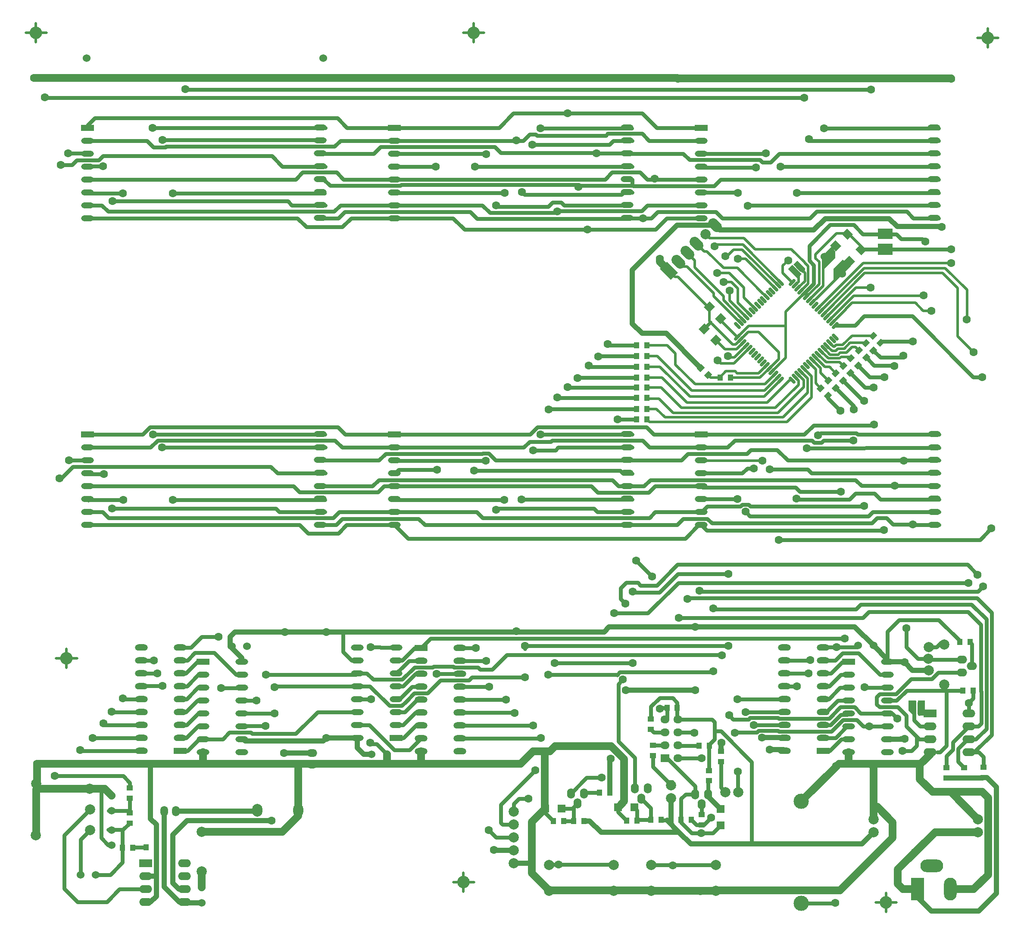
<source format=gbl>
G04*
G04 #@! TF.GenerationSoftware,Altium Limited,Altium Designer,23.3.1 (30)*
G04*
G04 Layer_Physical_Order=2*
G04 Layer_Color=16711680*
%FSLAX44Y44*%
%MOMM*%
G71*
G04*
G04 #@! TF.SameCoordinates,CBA1B8D9-47E8-49AD-825A-66903E3D66A9*
G04*
G04*
G04 #@! TF.FilePolarity,Positive*
G04*
G01*
G75*
%ADD10C,0.5000*%
%ADD54C,0.7500*%
%ADD55C,1.0000*%
%ADD56C,0.5500*%
%ADD57C,1.5000*%
%ADD58C,1.5240*%
%ADD59C,2.0000*%
%ADD60O,1.5000X2.0000*%
%ADD61O,1.5240X2.0320*%
%ADD62R,1.7780X1.5240*%
%ADD63O,1.7780X1.5240*%
%ADD64O,0.8000X3.0000*%
%ADD65O,2.0320X1.5240*%
%ADD66O,2.0000X1.5000*%
%ADD67O,2.5400X1.5240*%
%ADD68R,2.5400X1.5240*%
%ADD69O,2.0000X2.5000*%
%ADD70O,2.5000X4.5000*%
%ADD71R,2.5000X4.5000*%
%ADD72O,4.5000X2.5000*%
%ADD73O,2.5000X1.2000*%
%ADD74R,2.5000X1.2000*%
%ADD75O,2.5400X1.2700*%
%ADD76R,2.5400X1.2700*%
%ADD77C,3.0000*%
G04:AMPARAMS|DCode=78|XSize=1mm|YSize=2mm|CornerRadius=0mm|HoleSize=0mm|Usage=FLASHONLY|Rotation=225.000|XOffset=0mm|YOffset=0mm|HoleType=Round|Shape=Round|*
%AMOVALD78*
21,1,1.0000,1.0000,0.0000,0.0000,315.0*
1,1,1.0000,-0.3536,0.3536*
1,1,1.0000,0.3536,-0.3536*
%
%ADD78OVALD78*%

G04:AMPARAMS|DCode=79|XSize=2mm|YSize=3mm|CornerRadius=0mm|HoleSize=0mm|Usage=FLASHONLY|Rotation=45.000|XOffset=0mm|YOffset=0mm|HoleType=Round|Shape=Round|*
%AMOVALD79*
21,1,1.0000,2.0000,0.0000,0.0000,135.0*
1,1,2.0000,0.3536,-0.3536*
1,1,2.0000,-0.3536,0.3536*
%
%ADD79OVALD79*%

G04:AMPARAMS|DCode=80|XSize=2mm|YSize=3mm|CornerRadius=0mm|HoleSize=0mm|Usage=FLASHONLY|Rotation=45.000|XOffset=0mm|YOffset=0mm|HoleType=Round|Shape=Rectangle|*
%AMROTATEDRECTD80*
4,1,4,0.3536,-1.7678,-1.7678,0.3536,-0.3536,1.7678,1.7678,-0.3536,0.3536,-1.7678,0.0*
%
%ADD80ROTATEDRECTD80*%

%ADD81C,1.6000*%
G04:AMPARAMS|DCode=82|XSize=1.5mm|YSize=1.6mm|CornerRadius=0mm|HoleSize=0mm|Usage=FLASHONLY|Rotation=315.000|XOffset=0mm|YOffset=0mm|HoleType=Round|Shape=Rectangle|*
%AMROTATEDRECTD82*
4,1,4,-1.0960,-0.0354,0.0354,1.0960,1.0960,0.0354,-0.0354,-1.0960,-1.0960,-0.0354,0.0*
%
%ADD82ROTATEDRECTD82*%

%ADD83R,1.3000X1.0000*%
G04:AMPARAMS|DCode=84|XSize=1mm|YSize=1.3mm|CornerRadius=0mm|HoleSize=0mm|Usage=FLASHONLY|Rotation=135.000|XOffset=0mm|YOffset=0mm|HoleType=Round|Shape=Rectangle|*
%AMROTATEDRECTD84*
4,1,4,0.8132,0.1061,-0.1061,-0.8132,-0.8132,-0.1061,0.1061,0.8132,0.8132,0.1061,0.0*
%
%ADD84ROTATEDRECTD84*%

%ADD85R,1.0000X1.3000*%
%ADD86R,1.5000X1.6000*%
G04:AMPARAMS|DCode=87|XSize=0.65mm|YSize=1.7mm|CornerRadius=0mm|HoleSize=0mm|Usage=FLASHONLY|Rotation=315.000|XOffset=0mm|YOffset=0mm|HoleType=Round|Shape=Round|*
%AMOVALD87*
21,1,1.0500,0.6500,0.0000,0.0000,45.0*
1,1,0.6500,-0.3712,-0.3712*
1,1,0.6500,0.3712,0.3712*
%
%ADD87OVALD87*%

G04:AMPARAMS|DCode=88|XSize=0.65mm|YSize=1.7mm|CornerRadius=0mm|HoleSize=0mm|Usage=FLASHONLY|Rotation=225.000|XOffset=0mm|YOffset=0mm|HoleType=Round|Shape=Round|*
%AMOVALD88*
21,1,1.0500,0.6500,0.0000,0.0000,315.0*
1,1,0.6500,-0.3712,0.3712*
1,1,0.6500,0.3712,-0.3712*
%
%ADD88OVALD88*%

G04:AMPARAMS|DCode=89|XSize=1.5mm|YSize=1.6mm|CornerRadius=0mm|HoleSize=0mm|Usage=FLASHONLY|Rotation=225.000|XOffset=0mm|YOffset=0mm|HoleType=Round|Shape=Rectangle|*
%AMROTATEDRECTD89*
4,1,4,-0.0354,1.0960,1.0960,-0.0354,0.0354,-1.0960,-1.0960,0.0354,-0.0354,1.0960,0.0*
%
%ADD89ROTATEDRECTD89*%

%ADD90R,1.6000X1.5000*%
%ADD91C,0.7000*%
%ADD92R,2.9750X2.1750*%
%ADD93R,2.8500X2.0000*%
G36*
X1724000Y2149373D02*
Y2136000D01*
X1702000Y2114000D01*
X1701000Y2114000D01*
X1701000Y2138000D01*
X1718186Y2155186D01*
X1724000Y2149373D01*
D02*
G37*
G36*
X1664750Y2115750D02*
Y2112500D01*
X1659000Y2106750D01*
X1646250Y2118000D01*
X1641250Y2123000D01*
Y2123500D01*
X1641500D01*
X1649250Y2131250D01*
X1664750Y2115750D01*
D02*
G37*
G36*
X1658000Y2104500D02*
X1649750Y2095000D01*
Y2095250D01*
X1630500Y2114500D01*
X1638000Y2122000D01*
X1640500D01*
X1658000Y2104500D01*
D02*
G37*
G36*
X1756000Y2122000D02*
X1751000D01*
X1720000Y2091000D01*
X1720000Y2115000D01*
X1737684Y2132684D01*
X1756000Y2122000D01*
D02*
G37*
G36*
X1882750Y1265250D02*
Y1236500D01*
X1875250D01*
Y1238000D01*
X1867250Y1246000D01*
Y1265750D01*
X1882250D01*
X1882750Y1265250D01*
D02*
G37*
G36*
X1899750D02*
X1899500Y1265000D01*
Y1236250D01*
X1886250D01*
X1886000Y1236000D01*
Y1265500D01*
X1899500D01*
X1899750Y1265250D01*
D02*
G37*
D10*
X1022974Y2578750D02*
G03*
X1022974Y2578750I-9724J0D01*
G01*
X1002974Y908750D02*
G03*
X1002974Y908750I-9724J0D01*
G01*
X222974Y1348750D02*
G03*
X222974Y1348750I-9724J0D01*
G01*
X1832974Y868750D02*
G03*
X1832974Y868750I-9724J0D01*
G01*
X2032974Y2568750D02*
G03*
X2032974Y2568750I-9724J0D01*
G01*
X162974Y2578750D02*
G03*
X162974Y2578750I-9724J0D01*
G01*
X993250D02*
X1013250D01*
Y2560000D02*
Y2578750D01*
Y2597500D01*
Y2578750D02*
X1034000D01*
X973250Y908750D02*
X993250D01*
Y890000D02*
Y908750D01*
Y927500D01*
Y908750D02*
X1014000D01*
X193250Y1348750D02*
X213250D01*
Y1330000D02*
Y1348750D01*
Y1367500D01*
Y1348750D02*
X234000D01*
X1803250Y868750D02*
X1823250D01*
Y850000D02*
Y868750D01*
Y887500D01*
Y868750D02*
X1844000D01*
X2003250Y2568750D02*
X2023250D01*
Y2550000D02*
Y2568750D01*
Y2587500D01*
Y2568750D02*
X2044000D01*
X133250Y2578750D02*
X153250D01*
Y2560000D02*
Y2578750D01*
Y2597500D01*
Y2578750D02*
X174000D01*
X1507500Y2139500D02*
X1511000D01*
X1541039Y2152250D02*
X1610780Y2082510D01*
X1523750Y2152250D02*
X1541039D01*
X1511000Y2139500D02*
X1523750Y2152250D01*
X1542103Y2162500D02*
X1616436Y2088167D01*
X1490000Y2162500D02*
X1542103D01*
X1486500Y2159000D02*
X1490000Y2162500D01*
X1896250Y2032250D02*
X1912250D01*
X1880750Y2047750D02*
X1896250Y2032250D01*
X1744319Y2035681D02*
X1756389Y2047750D01*
X1880750D01*
X1650377Y2076853D02*
X1664000Y2090475D01*
Y2106875D01*
X1654562Y2116312D02*
X1664000Y2106875D01*
X1620750Y2106480D02*
X1639064Y2088167D01*
X1620750Y2106480D02*
Y2120500D01*
X1631000Y2130750D01*
X1759863Y2061887D02*
X1896637D01*
X1897000Y2062250D01*
X1712603Y2014627D02*
X1759863Y2061887D01*
X1706946Y2020284D02*
X1764412Y2077750D01*
X1793250D01*
D54*
X1161680Y943360D02*
X1288680D01*
X1114000Y1373000D02*
X1513500D01*
X1836959Y1612000D02*
X1876500D01*
X1875450Y1610950D02*
X1876500Y1612000D01*
X917300Y1610950D02*
X1412751D01*
X1056259Y1737950D02*
X1421200D01*
X1624136Y1319314D02*
X1624321Y1319500D01*
X1644911Y1661000D02*
X1751500D01*
X858300Y1712000D02*
X866300Y1720000D01*
X360386Y1319314D02*
X360571Y1319500D01*
X256750Y1659750D02*
X257000Y1660000D01*
X1307750Y2341450D02*
X1425050D01*
X722250D02*
X816950D01*
X711340Y2214250D02*
X747500D01*
X1091250Y2420250D02*
X1344750D01*
X995750Y2191750D02*
X1370250D01*
X857750Y2366850D02*
X1110391D01*
X1300950Y1717750D02*
X1306950Y1711750D01*
X1437340Y2329160D02*
X1575340D01*
X1425050Y2341450D02*
X1437340Y2329160D01*
X1392950Y2214450D02*
X1460250D01*
X1372750Y2392250D02*
X1460250D01*
Y2290650D02*
X1460750D01*
X1460250Y2239850D02*
X1460750D01*
X1460250Y2392250D02*
X1460750D01*
X1460250Y2366850D02*
X1460750D01*
X1460250Y2214450D02*
X1460750D01*
X1900250Y1240500D02*
X1910000D01*
X1890901Y1215100D02*
X1910000D01*
X235500Y869750D02*
X292750D01*
X209375Y1000875D02*
X260000Y1051500D01*
X209375Y895875D02*
X235500Y869750D01*
X209375Y895875D02*
Y1000875D01*
X1701312Y2138312D02*
X1718186Y2155186D01*
X458250Y1370200D02*
X478800Y1390750D01*
X512000D01*
X1532500Y1086400D02*
X1533150Y1085750D01*
X1532500Y1086400D02*
Y1126500D01*
X1624050Y1294000D02*
X1648500D01*
X1624821Y1319000D02*
X1671250D01*
X1312750Y1497500D02*
X1335500D01*
X1302000Y1486750D02*
X1312750Y1497500D01*
X1302000Y1465500D02*
Y1486750D01*
X1335500Y1497500D02*
X1340750Y1492250D01*
X1414000Y1533000D02*
X1983250D01*
X1373250Y1492250D02*
X1414000Y1533000D01*
X1340750Y1492250D02*
X1373250D01*
X1414250Y1514500D02*
X1514000D01*
X1378000Y1478250D02*
X1414250Y1514500D01*
X1327500Y1478250D02*
X1378000D01*
X1415250Y1497000D02*
X1985000D01*
X1355750Y1437500D02*
X1415250Y1497000D01*
X1289250Y1437500D02*
X1355750D01*
X1302000Y1465500D02*
X1311500Y1456000D01*
X1325790Y1479960D02*
X1327500Y1478250D01*
X2020530Y1209780D02*
Y1425470D01*
X1991250Y1454750D02*
X2020530Y1425470D01*
X1773750Y1454750D02*
X1991250D01*
X2031000Y1198250D02*
Y1438250D01*
X2002297Y1466953D02*
X2031000Y1438250D01*
X1434703Y1466953D02*
X2002297D01*
X2003580Y1480080D02*
X2014000Y1490500D01*
X1458080Y1480080D02*
X2003580D01*
X1764250Y1445250D02*
X1773750Y1454750D01*
X1485500Y1445250D02*
X1764250D01*
X1483750Y1447000D02*
X1485500Y1445250D01*
X1609500Y1581250D02*
X1613000D01*
X1609000Y1581750D02*
X1609500Y1581250D01*
X2008000Y1581750D02*
X2030500Y1604250D01*
X1021790Y1331210D02*
X1026000Y1327000D01*
X974614Y1331210D02*
X1021790D01*
X1049500Y1327000D02*
X1078139Y1355639D01*
X1500000D01*
X1500823Y1354816D01*
X1515164Y1236664D02*
X1522918Y1228910D01*
X1004310Y1305810D02*
X1009750Y1311250D01*
X1996550Y1163800D02*
X2031000Y1198250D01*
X2010000Y1283899D02*
Y1414750D01*
X1790000Y1440000D02*
X1984750D01*
X2010000Y1414750D01*
X1999950Y1189200D02*
X2020530Y1209780D01*
X1986200Y1189200D02*
X1999950D01*
X1994350Y1269600D02*
Y1285350D01*
X1986200Y1261450D02*
X1994350Y1269600D01*
X2004600Y1214600D02*
X2010490Y1220490D01*
X2010000Y1283899D02*
X2010490Y1283409D01*
Y1220490D02*
Y1283409D01*
X1416750Y1428000D02*
X1778000D01*
X1790000Y1440000D01*
X1986200Y1214600D02*
X2004600D01*
X1759750Y2201000D02*
X1777750Y2183000D01*
X1713250Y2201000D02*
X1759750D01*
X1672500Y2160250D02*
X1713250Y2201000D01*
X1342750Y1072750D02*
X1361150Y1054350D01*
Y1030850D02*
Y1054350D01*
X1365500Y1135750D02*
X1395600Y1105650D01*
X1365500Y1135750D02*
Y1157500D01*
Y1177700D02*
X1365679Y1177879D01*
X1389600D01*
X1429750Y1081500D02*
X1448300Y1081500D01*
X1448300Y1097450D02*
X1448300Y1081500D01*
X1393271Y1152479D02*
X1448300Y1097450D01*
X1389600Y1152479D02*
X1393271D01*
X1415000Y1203279D02*
X1445721D01*
X1367271Y1203279D02*
X1389600D01*
X1413350Y1230329D02*
X1415000Y1228679D01*
X1863850Y1285350D02*
X1937000D01*
X1937250Y1285600D01*
X1879001Y1227000D02*
Y1250750D01*
X1863750Y1214750D02*
Y1236250D01*
X1846750Y1253250D02*
X1863750Y1236250D01*
X1889291Y1250750D02*
X1890000D01*
X1900250Y1240500D01*
X1879001Y1227000D02*
X1890901Y1215100D01*
X1733966Y1252690D02*
X1761591D01*
X1711836Y1230560D02*
X1733966Y1252690D01*
X1714050Y1217800D02*
X1734290Y1238040D01*
X1700250Y1217800D02*
X1714050D01*
X1612464Y1205160D02*
X1716279D01*
X1734290Y1238040D02*
X1747640D01*
X1750000Y1240400D01*
X1739119Y1228000D02*
X1766000D01*
X1716279Y1205160D02*
X1739119Y1228000D01*
X1746750Y1215000D02*
X1750000D01*
X1724150Y1192400D02*
X1746750Y1215000D01*
X1700250Y1192400D02*
X1724150D01*
X255000Y2239850D02*
X282691D01*
X256750Y2263500D02*
X323750D01*
X1110391Y2366850D02*
X1123081Y2379540D01*
X1709498Y1860002D02*
X1734250Y1835250D01*
X1709498Y1860002D02*
Y1865553D01*
X1460750Y1763350D02*
X1512100D01*
X1526087Y1777337D01*
X1678204D01*
X1682244Y1773297D01*
X1696756D01*
X1700796Y1777337D01*
X1758836D01*
X1689582Y1787587D02*
X1690837D01*
X1694877Y1791627D01*
X1764755D01*
X1767632Y1788750D01*
X1760250Y1837750D02*
Y1844853D01*
X1724524Y1880579D02*
X1760250Y1844853D01*
X1739020Y1895075D02*
X1778844Y1855250D01*
X1780000D01*
X1460750Y1636350D02*
X1472360Y1647960D01*
X1537669D01*
X1541049Y1651340D01*
X1553219D01*
X1797750Y1806750D02*
X1799750Y1808750D01*
X1681000Y1806750D02*
X1797750D01*
X1663000Y1788750D02*
X1681000Y1806750D01*
X1460750Y1788750D02*
X1663000D01*
X1782439Y1881000D02*
X1799000D01*
X1753692Y1909747D02*
X1782439Y1881000D01*
X1791712Y1901500D02*
X1820000D01*
X1768748Y1924464D02*
X1791712Y1901500D01*
X1839000Y1924250D02*
X1840000Y1923250D01*
X1800212Y1924250D02*
X1839000D01*
X1784248Y1940214D02*
X1800212Y1924250D01*
X1815534Y1972250D02*
X1876500D01*
X1812248Y1968964D02*
X1815534Y1972250D01*
X1616500Y2315750D02*
X1616800Y2316050D01*
X1587200Y2341450D02*
X1587500Y2341750D01*
X1551500Y2239000D02*
X1552350Y2239850D01*
X1460750Y2265250D02*
X1531000D01*
X1532000Y2264250D01*
X1063250Y2392250D02*
X1091250Y2420250D01*
X857750Y2392250D02*
X1063250D01*
X857750Y2265250D02*
X859250Y2263750D01*
X1074250D01*
X857750Y2341450D02*
X1036800D01*
X1037750Y2340500D01*
X857750Y2316050D02*
X938450D01*
X939000Y2315500D01*
X233340Y2328340D02*
X276881D01*
X224250Y2319250D02*
X233340Y2328340D01*
X202000Y2319250D02*
X224250D01*
X254200Y2342250D02*
X255000Y2341450D01*
X216750Y2342250D02*
X254200D01*
X255450Y2316500D02*
X285250D01*
X255000Y2316050D02*
X255450Y2316500D01*
X255000Y2265250D02*
X256750Y2263500D01*
X269250Y2411000D02*
X745750D01*
X255000Y2396750D02*
X269250Y2411000D01*
X255000Y2392250D02*
Y2396750D01*
X203209Y1702750D02*
X225709Y1725250D01*
X200000Y1702750D02*
X203209D01*
X614710Y1725790D02*
X627950Y1712550D01*
X280581Y1725790D02*
X614710D01*
X280041Y1725250D02*
X280581Y1725790D01*
X225709Y1725250D02*
X280041D01*
X241750Y1167000D02*
X360300D01*
X254450Y1738250D02*
X254750Y1737950D01*
X218500Y1738250D02*
X254450D01*
X264500Y1192500D02*
X264600Y1192400D01*
X360300D01*
X254750Y1712550D02*
X255800Y1711500D01*
X286500D01*
X285750Y1220500D02*
X288450Y1217800D01*
X360300D01*
X302000Y1244000D02*
X302800Y1243200D01*
X360300D01*
X257000Y1660000D02*
X324750D01*
X254750Y1661750D02*
X256750Y1659750D01*
X324250Y1269750D02*
X325400Y1268600D01*
X360300D01*
Y1294000D02*
X361050Y1294750D01*
X401750D01*
X360571Y1319500D02*
X391500D01*
Y1322000D01*
X360300Y1319400D02*
X360386Y1319314D01*
X384950Y1344800D02*
X385000Y1344750D01*
X360300Y1344800D02*
X384950D01*
X986200Y1191450D02*
X1144950D01*
X986200Y1216850D02*
X1129900D01*
X1130000Y1216750D01*
X1076850Y1267650D02*
X1077250Y1267250D01*
X910000Y1369250D02*
X928460Y1387710D01*
X1093000Y1242250D02*
X1093750Y1241500D01*
X986200Y1242250D02*
X1093000D01*
X986200Y1267650D02*
X1076850D01*
X1026000Y1327000D02*
X1049500D01*
X973284Y1332540D02*
X974614Y1331210D01*
X857750Y1737950D02*
X858450Y1737250D01*
X1036750D01*
X857750Y1712550D02*
X858300Y1712000D01*
X940250Y1318250D02*
X940450Y1318450D01*
X896790Y1280290D02*
X922499D01*
X948019Y1305810D01*
X1004310D01*
X934331Y1332540D02*
X973284D01*
X933001Y1331210D02*
X934331Y1332540D01*
X897261Y1331210D02*
X933001D01*
X940450Y1318450D02*
X986200D01*
Y1343850D02*
X1037850D01*
X986200Y1369250D02*
X1017250D01*
X785050Y1217650D02*
X808455D01*
X857355Y1168750D01*
X887300D01*
X910000Y1191450D01*
X902150Y1267650D02*
X910000D01*
X877550Y1243050D02*
X902150Y1267650D01*
X861250Y1243050D02*
X877550D01*
X847910Y1255340D02*
X872021D01*
X880040Y1263359D01*
Y1263540D02*
X896790Y1280290D01*
X880040Y1263359D02*
Y1263540D01*
X785050Y1293850D02*
X809400D01*
X847910Y1255340D01*
X892050Y1293050D02*
X910000D01*
X867450Y1268450D02*
X892050Y1293050D01*
X861250Y1268450D02*
X867450D01*
X874850Y1293850D02*
X899450Y1318450D01*
X873011Y1306960D02*
X897261Y1331210D01*
X816040Y1306960D02*
X873011D01*
X899450Y1318450D02*
X910000D01*
X861250Y1293850D02*
X874850D01*
X886549Y1343850D02*
X910000D01*
X877309Y1334610D02*
X886549Y1343850D01*
X876610Y1334610D02*
X877309D01*
X861250Y1319250D02*
X876610Y1334610D01*
X1522918Y1228910D02*
X1553219D01*
X1556099Y1231790D01*
X1611234D01*
X1612464Y1230560D01*
X1711836D01*
X1761591Y1252690D02*
X1773881Y1240400D01*
X1826200D01*
X1728505Y1265800D02*
X1750000D01*
X1705905Y1243200D02*
X1728505Y1265800D01*
X1700250Y1243200D02*
X1705905D01*
X803750Y1319250D02*
X816040Y1306960D01*
X785050Y1319250D02*
X803750D01*
X873150Y1344650D02*
X897750Y1369250D01*
X861250Y1344650D02*
X873150D01*
X1766000Y1228000D02*
X1779000Y1215000D01*
X1569669Y1203210D02*
X1573307Y1206848D01*
X1610776D01*
X1612464Y1205160D01*
X1781000Y1292250D02*
X1782050Y1291200D01*
X1826200D01*
X830250Y1370050D02*
X861250D01*
X829800Y1370500D02*
X830250Y1370050D01*
X811000Y1370500D02*
X829800D01*
X822500Y1180250D02*
X842750Y1160000D01*
X810500Y1183000D02*
X813250Y1180250D01*
X822500D01*
X785050Y1268450D02*
X811450D01*
X706800Y1243050D02*
X785050D01*
X623850Y1293850D02*
X785050D01*
X622000Y1292000D02*
X623850Y1293850D01*
X621600Y1240400D02*
X622000Y1240000D01*
X558200Y1240400D02*
X621600D01*
X558950Y1215750D02*
X604500D01*
X558200Y1215000D02*
X558950Y1215750D01*
X605500Y1316500D02*
X782300D01*
X785050Y1319250D01*
X436500Y1370200D02*
X458250D01*
X465750Y1359500D02*
X503500D01*
X546400Y1316600D01*
X558200D01*
X451050Y1344800D02*
X465750Y1359500D01*
X436500Y1344800D02*
X451050D01*
X558200Y1265800D02*
X586050D01*
X586250Y1266000D01*
X773850Y1344650D02*
X785050D01*
X756750Y1361750D02*
X773850Y1344650D01*
X756750Y1361750D02*
Y1397500D01*
X1674550Y1344800D02*
X1675000Y1345250D01*
X1624050Y1319400D02*
X1624136Y1319314D01*
X1624050Y1344800D02*
X1674550D01*
X1531850Y1268600D02*
X1624050D01*
X1460750Y1661750D02*
X1461250Y1662250D01*
X1531750D01*
X1531500Y1268250D02*
X1531850Y1268600D01*
X1547300Y1243200D02*
X1624050D01*
X1563750Y1217500D02*
X1623750D01*
X1624050Y1217800D01*
X1811900Y1316600D02*
X1826200D01*
X1769250Y1359250D02*
X1811900Y1316600D01*
X1699938Y2138312D02*
X1701312D01*
X1926338Y1321050D02*
X1966750D01*
X1945000Y1285350D02*
X1974150D01*
X1906750Y1347750D02*
X1908050Y1346450D01*
X1966750D01*
X1923000Y1370750D02*
X1932250Y1380000D01*
X1907000Y1370750D02*
X1923000D01*
X1810500Y1253250D02*
X1846750D01*
X1805250Y1258500D02*
X1810500Y1253250D01*
X1842801Y1278500D02*
X1872761Y1308460D01*
X1811250Y1278500D02*
X1842801D01*
X1805250Y1272500D02*
X1811250Y1278500D01*
X1805250Y1258500D02*
Y1272500D01*
X1872761Y1308460D02*
X1913748D01*
X1926338Y1321050D01*
X1826200Y1265800D02*
X1844300D01*
X1863850Y1285350D01*
X897750Y1369250D02*
X910000D01*
X898750Y1242250D02*
X910000D01*
X874150Y1217650D02*
X898750Y1242250D01*
X861250Y1217650D02*
X874150D01*
X900100Y1216850D02*
X910000D01*
X875500Y1192250D02*
X900100Y1216850D01*
X861250Y1192250D02*
X875500D01*
X472600Y1316600D02*
X482000D01*
X450000Y1294000D02*
X472600Y1316600D01*
X436500Y1294000D02*
X450000D01*
X471700Y1291200D02*
X482000D01*
X449100Y1268600D02*
X471700Y1291200D01*
X436500Y1268600D02*
X449100D01*
X472150Y1240400D02*
X482000D01*
X449550Y1217800D02*
X472150Y1240400D01*
X436500Y1217800D02*
X449550D01*
X471500Y1215000D02*
X482000D01*
X448900Y1192400D02*
X471500Y1215000D01*
X436500Y1192400D02*
X448900D01*
X473600Y1189600D02*
X482000D01*
X451000Y1167000D02*
X473600Y1189600D01*
X436500Y1167000D02*
X451000D01*
X470300Y1265800D02*
X482000D01*
X447700Y1243200D02*
X470300Y1265800D01*
X436500Y1243200D02*
X447700D01*
X470750Y1342000D02*
X482000D01*
X448150Y1319400D02*
X470750Y1342000D01*
X436500Y1319400D02*
X448150D01*
X1734600Y1316600D02*
X1750000D01*
X1712000Y1294000D02*
X1734600Y1316600D01*
X1700250Y1294000D02*
X1712000D01*
X1733200Y1291200D02*
X1750000D01*
X1710600Y1268600D02*
X1733200Y1291200D01*
X1700250Y1268600D02*
X1710600D01*
X1735600Y1189600D02*
X1750000D01*
X1713000Y1167000D02*
X1735600Y1189600D01*
X1700250Y1167000D02*
X1713000D01*
X1379500Y1249500D02*
X1381350Y1251350D01*
X1393150Y1251350D01*
X1445721Y1203279D02*
X1446750Y1202250D01*
X1208900Y1028350D02*
X1209650Y1029100D01*
X1190350Y1028350D02*
X1208900Y1028350D01*
X1154000Y1044500D02*
Y1053250D01*
Y1044500D02*
X1170150Y1028350D01*
X1207250Y1053250D02*
X1209650Y1055650D01*
X1217250Y1063250D01*
X1186000Y1053250D02*
X1207250Y1053250D01*
X1209650Y1029100D02*
Y1055650D01*
X1229950Y1083250D02*
X1231550Y1084850D01*
X1260650D01*
X1297000Y1046750D02*
Y1055500D01*
Y1046750D02*
X1314150Y1029600D01*
X1329000Y1055500D02*
X1334350Y1050150D01*
X1334350Y1029600D01*
X1335600Y1030850D01*
X1361150Y1030850D01*
X1461000Y1061500D02*
X1461150Y1061350D01*
X1420900Y1072650D02*
X1429750Y1081500D01*
X1473700Y1105950D02*
X1473700Y1081500D01*
X1475650Y1175900D02*
X1476350Y1176600D01*
X1415000Y1177879D02*
X1416279Y1176600D01*
X1456150D01*
X1361650Y1208900D02*
X1367271Y1203279D01*
X1413350Y1261900D02*
X1413350Y1251350D01*
X1404250Y1271000D02*
X1413350Y1261900D01*
X1378750Y1271000D02*
X1404250D01*
X1361650Y1253900D02*
X1378750Y1271000D01*
X1361650Y1229100D02*
Y1253900D01*
X1393150Y1232229D02*
Y1251350D01*
X1413350Y1230329D02*
X1413350Y1251350D01*
X1344750Y2420250D02*
X1372750Y2392250D01*
X764500D02*
X857750D01*
X745750Y2411000D02*
X764500Y2392250D01*
X1278406Y1964594D02*
X1333496D01*
X1276250Y1966750D02*
X1278406Y1964594D01*
X1258831Y1943081D02*
X1333496D01*
X1258000Y1942250D02*
X1258831Y1943081D01*
X1255000Y2341500D02*
X1307700D01*
X1241705Y1922045D02*
X1333496D01*
X1239250Y1924500D02*
X1241705Y1922045D01*
X1218258Y1901008D02*
X1333496D01*
X1217500Y1900250D02*
X1218258Y1901008D01*
X857750Y2290650D02*
X1271650D01*
X1108250Y2265750D02*
X1113000Y2261000D01*
X1303500D01*
X1307750Y2265250D01*
X1198468Y1881032D02*
X1333496D01*
X1197750Y1881750D02*
X1198468Y1881032D01*
X1178650Y1860600D02*
X1333496D01*
X1177500Y1861750D02*
X1178650Y1860600D01*
X1175150Y2225210D02*
X1177500Y2227560D01*
X857750Y2239850D02*
X1030650D01*
X1045290Y2225210D01*
X1175150D01*
X1161313Y1839313D02*
X1333496D01*
X1160250Y1838250D02*
X1161313Y1839313D01*
X1296250Y1818630D02*
X1333496D01*
X869341Y2354560D02*
X869571Y2354790D01*
X869341Y2278360D02*
X871021Y2280040D01*
X1215381D01*
X857750Y2214450D02*
X973050D01*
X1057500Y2239500D02*
X1060250Y2236750D01*
X1160000D01*
X1168500Y2245250D01*
X1185500D01*
X1190900Y2239850D01*
X1317432D01*
X1485460Y2277960D02*
X1498150Y2290650D01*
X1460750Y2341450D02*
X1587200D01*
X1462550Y2314250D02*
X1568000D01*
X1580250Y2324250D02*
X1596750D01*
X1613500Y2341000D01*
X1575340Y2329160D02*
X1580250Y2324250D01*
X1123081Y2379540D02*
X1134919D01*
X1137499Y2376960D01*
X1128500Y2358750D02*
Y2359390D01*
Y2358750D02*
X1279750D01*
X1287850Y2366850D01*
X869571Y2354790D02*
X1054710D01*
X1067000Y2342500D01*
X1254000D01*
X816950Y2341450D02*
X830060Y2354560D01*
X869341D01*
X255000Y2366850D02*
X371650D01*
X276881Y2328340D02*
X285291Y2336750D01*
X616750D01*
X637450Y2316050D01*
X255000Y2290650D02*
X663400D01*
X714682D02*
X718960D01*
X731250Y2278360D01*
X869341D01*
X255000Y2214450D02*
X667300D01*
X684750Y2197000D01*
X648500Y2247750D02*
X656400Y2239850D01*
X304000Y2247750D02*
X648500D01*
X973050Y2214450D02*
X995750Y2191750D01*
X684750Y2197000D02*
X755500D01*
X772950Y2214450D01*
X857750D01*
X747500Y2214250D02*
X759990Y2226740D01*
X1006760D01*
X1020230Y2213270D01*
X1346250Y2214000D02*
X1362301D01*
X1375041Y2226740D01*
X1489510D01*
X1502250Y2214000D01*
X1370250Y2191750D02*
X1392950Y2214450D01*
X254750Y1788750D02*
X363291D01*
X377831Y1803290D01*
X1124541Y1788750D02*
X1138831Y1803040D01*
X857750Y1788750D02*
X1124541D01*
X254750Y1763350D02*
X378309D01*
X392499Y1777540D01*
X857750Y1763350D02*
X1111891D01*
X254750Y1636350D02*
X284441D01*
X763700Y1610950D02*
X857750D01*
X884450Y1584250D01*
X1858000Y1737750D02*
X1858200Y1737950D01*
X837000Y1687150D02*
X857750D01*
X1550950Y1722500D02*
X1563500D01*
X1541000Y1712550D02*
X1550950Y1722500D01*
X1460750Y1712550D02*
X1541000D01*
X1412751Y1610950D02*
X1425041Y1623240D01*
X1472341D01*
X1824419Y1624540D02*
X1836959Y1612000D01*
X857750Y1636350D02*
X1019400D01*
X905010Y1623240D02*
X917300Y1610950D01*
X747250Y1594500D02*
X763700Y1610950D01*
X671550D02*
X688000Y1594500D01*
X747250D01*
X254750Y1610950D02*
X671550D01*
X624500Y1643250D02*
X631400Y1636350D01*
X303250Y1643250D02*
X624500D01*
X254750Y1687150D02*
X659350D01*
X866300Y1720000D02*
X941000D01*
X1285778Y1699440D02*
X1298068Y1687150D01*
X1014500Y1717750D02*
X1300950D01*
X857750Y1687150D02*
X1244350D01*
X1257040Y1674460D01*
X1249750Y1643000D02*
X1256400Y1636350D01*
X1460750Y1687150D02*
X1462730Y1685170D01*
X1654670Y1676500D02*
X1734750D01*
X1646000Y1685170D02*
X1654670Y1676500D01*
X1462730Y1685170D02*
X1646000D01*
X1594750Y1720250D02*
X1669300D01*
X1677000Y1712550D01*
X1630300Y1737950D02*
X1857800D01*
X1421200D02*
X1434310Y1751060D01*
X1358650Y1763350D02*
X1460750D01*
X1609500Y1758750D02*
X1630300Y1737950D01*
X1434310Y1751060D02*
X1550060D01*
X1557750Y1758750D01*
X1609500D01*
X1763560Y1699440D02*
X1775000Y1688000D01*
X1840500D01*
X1751500Y1661000D02*
X1763250Y1672750D01*
X1800750D01*
X1812500Y1661000D01*
X1460750Y1610950D02*
X1471700Y1600000D01*
X1472341Y1623240D02*
X1481331Y1614250D01*
X1795250D01*
X1805540Y1624540D01*
X1824419D01*
X1818500Y1600000D02*
X1819250Y1600750D01*
X1471700Y1600000D02*
X1818500D01*
X1547300Y1637050D02*
X1556350Y1628000D01*
X1789000D01*
X1797350Y1636350D01*
X1779000Y1647250D02*
X1780500Y1648750D01*
X1665209Y1647250D02*
X1779000D01*
X884450Y1584250D02*
X1429000D01*
X1455700Y1610950D01*
X1460750D01*
X1779000Y1215000D02*
X1790750D01*
X1826200D01*
Y1240400D02*
X1835350D01*
X1845250Y1230500D01*
X1700250Y1370200D02*
X1701578Y1371528D01*
X575740Y1202710D02*
X578200Y1200250D01*
X664000D01*
X706800Y1243050D01*
X482000Y1189600D02*
X520350D01*
X533460Y1202710D01*
X575740D01*
X1700250Y1319400D02*
X1715400D01*
X1415083Y1152396D02*
X1461333Y1152396D01*
X1475650Y1128100D02*
Y1175900D01*
X1762314Y2003314D02*
X1780750Y2021750D01*
X1723917Y2003314D02*
X1762314D01*
X1780750Y2021750D02*
X1875000D01*
X1798244Y1954299D02*
X1812294Y1940250D01*
X1853500D01*
X1857500Y1944250D01*
X1864000Y2227750D02*
X1877300Y2214450D01*
X1661691Y2065539D02*
X1681250Y2085098D01*
X1886000Y1347750D02*
X1906750D01*
X1895040Y2173710D02*
X1900500Y2168250D01*
X1853324Y2173710D02*
X1895040D01*
X1844034Y2183000D02*
X1853324Y2173710D01*
X1681250Y2085098D02*
Y2122000D01*
X1672500Y2130750D02*
Y2160250D01*
Y2130750D02*
X1681250Y2122000D01*
X337850Y1045350D02*
Y1073400D01*
X337350Y1044850D02*
X337850Y1045350D01*
X323300Y976250D02*
Y1010600D01*
X324200Y1011500D02*
X337350Y1024650D01*
X323300Y1010600D02*
X324200Y1011500D01*
X332950Y1049250D02*
X337350Y1044850D01*
X292750Y869750D02*
X317700Y894700D01*
X368750D01*
X344100Y976850D02*
X369650D01*
X343500Y976250D02*
X344100Y976850D01*
X323300Y947050D02*
Y976250D01*
X299500Y923250D02*
X323300Y947050D01*
X271000Y923250D02*
X299500D01*
X241000Y992501D02*
X259500Y1011000D01*
X241000Y923250D02*
Y992501D01*
X281840Y995413D02*
X295750Y981503D01*
X296000Y1049250D02*
X332950D01*
X295750Y1011500D02*
X324200D01*
X281840Y995413D02*
Y1092000D01*
X433800Y894700D02*
X444950D01*
X171750Y2451500D02*
X1662750D01*
X171000Y2452250D02*
X171750Y2451500D01*
X240750Y1168000D02*
X241750Y1167000D01*
X190500Y1117500D02*
X324750D01*
X337850Y1104400D01*
Y1093600D02*
Y1104400D01*
X2005950Y1163800D02*
X2014600Y1155150D01*
X1986200Y1163800D02*
X1996550D01*
X2005950D01*
X2014600Y1134850D02*
Y1155150D01*
X1983700Y1189200D02*
X1986200D01*
X1955040Y1183440D02*
X1986200Y1214600D01*
X1965080Y1170580D02*
X1983700Y1189200D01*
X1955040Y1169341D02*
Y1183440D01*
X1941850Y1156151D02*
X1955040Y1169341D01*
X1941850Y1133600D02*
Y1156151D01*
X1965080Y1145370D02*
X1976600Y1133850D01*
X1965080Y1145370D02*
Y1170580D01*
X1924250Y1164300D02*
X1929300D01*
X1941750Y1176750D01*
Y1285350D01*
X1883500Y1176750D02*
Y1195000D01*
X1873500Y1166750D02*
X1883500Y1176750D01*
X1856000Y1166750D02*
X1873500D01*
X1722830Y867330D02*
X1723750Y868250D01*
X1657000Y867330D02*
X1722830D01*
X1863750Y1214750D02*
X1883500Y1195000D01*
X1888800Y1189700D01*
X1420900Y1031400D02*
Y1072650D01*
X1499150Y1094350D02*
X1507750Y1085750D01*
X1499150Y1094350D02*
Y1145900D01*
X1527710Y1203210D02*
X1569669D01*
X1526750Y1202250D02*
X1527710Y1203210D01*
X1473700Y1076800D02*
Y1081500D01*
X1382200Y1030000D02*
X1393500D01*
X1486500Y1205250D02*
X1499000D01*
X1415000Y1228679D02*
X1481321D01*
X1486500Y1223500D01*
X1476350Y1179559D02*
X1486500Y1189709D01*
Y1205250D01*
Y1223500D01*
X1476350Y1176600D02*
Y1179559D01*
X1332500Y1541250D02*
Y1541250D01*
Y1541250D02*
X1364000Y1509750D01*
X1235300Y1114000D02*
X1264500D01*
X1204550Y1083250D02*
X1235300Y1114000D01*
X1715400Y1319400D02*
X1738000Y1342000D01*
X1750000D01*
X1700250Y1344800D02*
X1723300D01*
X1737750Y1359250D01*
X1769250D01*
X1702105Y1371000D02*
X1726000D01*
X1330050Y1092750D02*
Y1153200D01*
X1297500Y1185750D02*
X1330050Y1153200D01*
X928460Y1387710D02*
X1091453D01*
X1091634Y1387528D01*
X1672000Y2370000D02*
X1675650Y2366850D01*
X517250Y1290500D02*
X557500D01*
X558200Y1291200D01*
X447250Y2468250D02*
X448500Y2467000D01*
X1794250D01*
X1092250Y1047500D02*
Y1062750D01*
X1102500Y1073000D01*
X1121250D01*
X1297500Y1185750D02*
Y1298250D01*
X1306500Y1307250D01*
X1066500Y1061000D02*
X1134000Y1128500D01*
X1066500Y1025750D02*
Y1061000D01*
Y1025750D02*
X1070250Y1022000D01*
X1092250D01*
X1340710Y1387710D02*
X1340750Y1387750D01*
X1766000Y1371000D02*
X1768750Y1373750D01*
X1726000Y1371000D02*
X1766000D01*
X1340750Y1387750D02*
X1742500D01*
X1992500Y1333750D02*
Y1376450D01*
X1988350Y1380600D02*
X1992500Y1376450D01*
X1968150Y1380600D02*
Y1383350D01*
X1927000Y1424500D02*
X1968150Y1383350D01*
X1849250Y1424500D02*
X1927000D01*
X1826200Y1401450D02*
X1849250Y1424500D01*
X1826200Y1342000D02*
Y1346297D01*
Y1401450D01*
X1863250Y1370500D02*
X1886000Y1347750D01*
X1863250Y1370500D02*
Y1408250D01*
X859500Y1660000D02*
X1073750D01*
X857750Y1661750D02*
X859500Y1660000D01*
X1113750Y1311250D02*
X1114250Y1311750D01*
X1009750Y1311250D02*
X1113750D01*
X1091634Y1387528D02*
X1108069D01*
X1108251Y1387710D01*
X1340710D01*
X1114000Y1367621D02*
Y1373000D01*
X986200Y1293050D02*
X986250Y1293000D01*
X1043500D01*
X1295041Y1316000D02*
X1300581Y1321540D01*
X1043000Y1010750D02*
X1057160Y996590D01*
X1092120D01*
X1172500Y1339750D02*
X1326000D01*
X1294331Y1316710D02*
X1295041Y1316000D01*
X1159540Y1316710D02*
X1294331D01*
X1362430Y942360D02*
X1489430D01*
X1624321Y1319500D02*
X1624821Y1319000D01*
X1553219Y1651340D02*
X1557268Y1647291D01*
X1665209D01*
X1644911Y1661000D02*
X1646661Y1662750D01*
X1647750D01*
X1875000Y2021750D02*
X1994750Y1902000D01*
X1482790Y1321540D02*
X1484500Y1323250D01*
X1300581Y1321540D02*
X1482790D01*
X1499000Y1205250D02*
X1559750Y1144500D01*
Y983750D02*
Y1144500D01*
X1460000Y1005000D02*
X1483500D01*
X1498500Y1020000D01*
X1465650Y1021400D02*
X1479500Y1035250D01*
X1057000Y1641250D02*
X1058750Y1643000D01*
X1249750D01*
X1457250Y1480910D02*
X1458080Y1480080D01*
X1457250Y1480910D02*
Y1482000D01*
X1433250Y1465500D02*
X1434703Y1466953D01*
X1994750Y1902000D02*
X2012250D01*
X1983250Y1533000D02*
X2003250Y1513000D01*
X382500Y2392000D02*
X722250D01*
X401750Y2368250D02*
X720500D01*
X637450Y2316050D02*
X721950D01*
X422000Y2263000D02*
X720250D01*
X656400Y2239850D02*
X721900D01*
X751350D02*
X857750D01*
X757600Y2290650D02*
X857750D01*
X751350Y2366850D02*
X857750D01*
X1144750Y2391250D02*
X1324250D01*
X1287850Y2366850D02*
X1324650D01*
X1016000Y2315250D02*
X1324500D01*
X1326790Y2277960D02*
X1485460D01*
X1325000Y2279540D02*
Y2290250D01*
X1220000Y2278500D02*
X1326790D01*
X1307750Y2265250D02*
X1324750D01*
X1020230Y2213270D02*
X1320770D01*
X1325000Y2214000D02*
X1346250D01*
X1354850Y2239850D02*
X1460250D01*
X1326671Y2228290D02*
X1343290D01*
X1354850Y2239850D01*
X1354350Y2290650D02*
X1460250D01*
X1357650Y2366850D02*
X1460250D01*
X1702000Y2391000D02*
X1926500D01*
X1675650Y2366850D02*
X1927150D01*
X1613500Y2341000D02*
X1927250D01*
X1616800Y2316050D02*
X1927200D01*
X1498150Y2290650D02*
X1927100D01*
X1648500Y2264250D02*
X1926750D01*
X1552350Y2239850D02*
X1927150D01*
X1877300Y2214450D02*
X1927300D01*
X1502250Y2214000D02*
X1673750D01*
X1687500Y2227750D01*
X1864000D01*
X383750Y1789000D02*
X721500D01*
X401250Y1763250D02*
X721750D01*
X627950Y1712550D02*
X721700D01*
X422000Y1660750D02*
X721250D01*
X631400Y1636350D02*
X721650D01*
X749100D02*
X857750D01*
X722000Y1610950D02*
X743200D01*
X755490Y1623240D01*
X905010D01*
X377831Y1803290D02*
X746710D01*
X761250Y1788750D01*
X857750D01*
X755150Y1763350D02*
X857750D01*
X1144750Y1788750D02*
X1324750D01*
X1306950Y1711750D02*
X1324500D01*
X1107250Y1661000D02*
X1324500D01*
X1256400Y1636350D02*
X1324650D01*
X1138831Y1803040D02*
X1352960D01*
X1367250Y1788750D01*
X1460750D01*
X1369650Y1687150D02*
X1460750D01*
X1356960Y1674460D02*
X1369650Y1687150D01*
X1298068D02*
X1347900D01*
X1360190Y1699440D01*
X1763560D01*
X1370100Y1636350D02*
X1460750D01*
X1767632Y1788750D02*
X1927750D01*
X1894992Y1762952D02*
X1927952D01*
X1668000Y1762250D02*
X1894992Y1762952D01*
X1858200Y1737950D02*
X1927800D01*
X1677000Y1712550D02*
X1927700D01*
X1840500Y1688000D02*
X1926750D01*
X1812500Y1661000D02*
X1927500D01*
X1797350Y1636350D02*
X1927650D01*
X1875450Y1610950D02*
X1927800D01*
X722000Y1687150D02*
X814650D01*
X826940Y1699440D01*
X1285778D01*
X1030351Y1751060D02*
X1030831Y1751540D01*
X1042669D01*
X1056259Y1737950D01*
X722000D02*
X827200D01*
X840310Y1751060D01*
X1030351D01*
X1441750Y1005000D02*
X1460000D01*
X1461150Y1041600D02*
X1461150Y1061350D01*
X1986200Y1240000D02*
Y1260500D01*
X1777750Y2183000D02*
X1844034D01*
X1609000Y1581750D02*
X2008000D01*
X1395600Y1105650D02*
X1401500Y1105650D01*
X1403500D01*
X1888800Y1189700D02*
X1910000D01*
X1782314Y2153314D02*
X1951250D01*
X1937250Y1285600D02*
Y1298000D01*
X1937000Y1285350D02*
X1941750D01*
X1701578Y1371528D02*
X1702105Y1371000D01*
X1420900Y1025850D02*
Y1031400D01*
Y1025850D02*
X1441750Y1005000D01*
X1441100Y1031400D02*
X1451100Y1021400D01*
X1465650D01*
X700619Y2355250D02*
X700659Y2355210D01*
X407669Y2353960D02*
X408959Y2355250D01*
X700619D01*
X384540Y2353960D02*
X407669D01*
X700659Y2355210D02*
X739710D01*
X371650Y2366850D02*
X384540Y2353960D01*
X739710Y2355210D02*
X751350Y2366850D01*
X663400Y2290650D02*
X677000Y2304250D01*
X744000D01*
X757600Y2290650D01*
X282691Y2239850D02*
X295291Y2227250D01*
X738750D02*
X751350Y2239850D01*
X295291Y2227250D02*
X700619D01*
X700659Y2227290D01*
X723841D01*
X723881Y2227250D01*
X738750D01*
X1344000Y2380500D02*
X1357650Y2366850D01*
X1137499Y2376960D02*
X1273460D01*
X1277000Y2380500D01*
X1344000D01*
X1271650Y2290650D02*
X1285500Y2304500D01*
X1340500D02*
X1354350Y2290650D01*
X1285500Y2304500D02*
X1303119D01*
X1303159Y2304460D01*
X1326341D01*
X1326381Y2304500D01*
X1340500D01*
X1177500Y2227560D02*
X1178230Y2228290D01*
X1303329D01*
X1303409Y2228210D01*
X1326591D01*
X1326671Y2228290D01*
X740960Y1777540D02*
X755150Y1763350D01*
X392499Y1777540D02*
X700079D01*
X700409Y1777210D01*
X723591D01*
X723921Y1777540D01*
X740960D01*
X671040Y1675460D02*
X825310D01*
X659350Y1687150D02*
X671040Y1675460D01*
X825310D02*
X837000Y1687150D01*
X296081Y1624710D02*
X737460D01*
X284441Y1636350D02*
X296081Y1624710D01*
X737460D02*
X749100Y1636350D01*
X1345000Y1777000D02*
X1358650Y1763350D01*
X1123001Y1774460D02*
X1164710D01*
X1167250Y1777000D01*
X1345000D01*
X1111891Y1763350D02*
X1123001Y1774460D01*
X1130000Y1758000D02*
X1173900D01*
X1179250Y1763350D01*
X1324650D01*
X1257040Y1674460D02*
X1303079D01*
X1303409Y1674790D01*
X1326591D01*
X1326921Y1674460D01*
X1356960D01*
X1031040Y1624710D02*
X1358460D01*
X1019400Y1636350D02*
X1031040Y1624710D01*
X1358460D02*
X1370100Y1636350D01*
D55*
X1622508Y1192558D02*
X1623200Y1193250D01*
X1826200Y1189600D02*
X1853650D01*
X1579577Y1192558D02*
X1622508D01*
X1798747Y1373750D02*
X1826200Y1346297D01*
X535247Y1391497D02*
X544500Y1400750D01*
X724250Y1192250D02*
X785050D01*
X723750Y1191750D02*
X724250Y1192250D01*
X1852500Y1190750D02*
X1859750D01*
X1852500D02*
X1853650Y1189600D01*
X1622050Y1169000D02*
X1624050Y1167000D01*
X1623200Y1193250D02*
X1624050Y1192400D01*
X558200Y1342000D02*
Y1349550D01*
X535247Y1371750D02*
X536000D01*
X785050Y1172700D02*
Y1192250D01*
Y1172700D02*
X797750Y1160000D01*
X812753D01*
X1826200Y1342000D02*
X1858000D01*
X1859750Y1341000D01*
X1875250Y1324750D01*
X1907000D01*
X717960Y1185960D02*
X723750Y1191750D01*
X558200Y1188960D02*
Y1189600D01*
X561540Y1188960D02*
X564540Y1185960D01*
X717960D01*
X1761997Y1410500D02*
X1798747Y1373750D01*
X1325250Y2007000D02*
X1344500Y1987750D01*
X1391462D01*
X1459464Y1919748D01*
X1325250Y2007000D02*
Y2112250D01*
X1487053Y2200303D02*
X1496553Y2190803D01*
X1413303Y2200303D02*
X1487053D01*
X1325250Y2112250D02*
X1413303Y2200303D01*
X1496553Y2190803D02*
X1681552D01*
X1704250Y2213500D01*
X1829500D01*
X1845250Y2197750D01*
X1931750D02*
X1932500Y2197000D01*
X1845250Y2197750D02*
X1931750D01*
X587250Y1048500D02*
X588500Y1049750D01*
X446497Y868253D02*
X479000D01*
X405710Y899040D02*
X434950Y869800D01*
X422000Y906500D02*
X433800Y894700D01*
X422000Y906500D02*
Y1001250D01*
X450000Y1029250D01*
X616000D01*
X405710Y899040D02*
Y1048500D01*
X428250D02*
X587250D01*
X389850Y976850D02*
Y1021650D01*
X378250Y1033250D02*
X389850Y1021650D01*
X378250Y1033250D02*
Y1138180D01*
X381000Y1140930D01*
X368750Y920100D02*
X389450D01*
X389850Y920500D01*
Y976850D01*
X368750Y869300D02*
X378650D01*
X389850Y880500D01*
Y920500D01*
X640790Y1162290D02*
X696000D01*
X1976600Y1113650D02*
X2013600D01*
X2014600Y1114650D01*
X1942850Y1113650D02*
X1976600D01*
X1241500Y1029100D02*
X1263600Y1007000D01*
X1229850Y1029100D02*
X1241500D01*
X1448250Y1410500D02*
X1761997D01*
X1499150Y1166100D02*
Y1182150D01*
X1312500Y1286250D02*
X1448250D01*
X1776000Y983750D02*
X1799250Y1007000D01*
X1416500D02*
X1439750Y983750D01*
X1263600Y1007000D02*
X1416500D01*
X1401000Y1024000D02*
Y1071000D01*
X1393500Y1030000D02*
X1416500Y1007000D01*
X1439750Y983750D02*
X1559750D01*
X1776000D01*
X1499150Y1182150D02*
X1499750Y1182750D01*
X1269750Y1400750D02*
X1279500Y1410500D01*
X1448250D01*
X1297000Y1055500D02*
X1300250Y1058750D01*
X1091990Y945810D02*
X1127440D01*
X1127750Y945500D01*
X1054030Y971220D02*
X1091990D01*
X1053500Y971750D02*
X1054030Y971220D01*
X1280850Y1149850D02*
X1282500Y1151500D01*
X1280850Y1084850D02*
Y1149850D01*
X1912750Y851500D02*
X2005500D01*
X1885500Y878750D02*
X1912750Y851500D01*
X1885500Y878750D02*
Y894580D01*
X2014600Y1114650D02*
X2022100D01*
X2040750Y886750D02*
Y1096000D01*
X2022100Y1114650D02*
X2040750Y1096000D01*
X2005500Y851500D02*
X2040750Y886750D01*
X1595250Y1169000D02*
X1622050D01*
X1473700Y1076800D02*
X1498500Y1052000D01*
X434950Y869800D02*
X444950D01*
X446497Y868253D01*
X558200Y1188960D02*
X561540D01*
X536000Y1371750D02*
X558200Y1349550D01*
X535247Y1371750D02*
Y1391497D01*
X544500Y1400750D02*
X723750D01*
X1269750D01*
X1401000Y1071000D02*
X1402500Y1072500D01*
X1403500Y1073500D01*
D56*
X1688389Y2057750D02*
X1752186Y2121548D01*
X1983650Y1495650D02*
X1985000Y1497000D01*
X1532250Y2134750D02*
X1547225D01*
X1699938Y2081158D02*
Y2138312D01*
X1389250Y1822750D02*
X1621250D01*
X1409750Y1926500D02*
X1448500Y1887750D01*
X1409750Y1926500D02*
Y1948000D01*
X1448500Y1887750D02*
X1585725D01*
X1373919Y1943081D02*
X1441750Y1875250D01*
X1353696Y1943081D02*
X1373919D01*
X1441750Y1875250D02*
X1584539D01*
X1421250Y1841500D02*
X1606250D01*
X1381718Y1881032D02*
X1421250Y1841500D01*
X1353696Y1881032D02*
X1381718D01*
X1353696Y1922045D02*
X1379465D01*
X1590250Y1851750D02*
X1634333Y1895833D01*
X1432250Y1851750D02*
X1590250D01*
X1382992Y1901008D02*
X1432250Y1851750D01*
X1606250Y1841500D02*
X1651500Y1886750D01*
X1377350Y1859650D02*
X1405500Y1831500D01*
X1611250D01*
X1661500Y1881750D01*
X1372687Y1839313D02*
X1389250Y1822750D01*
X1353696Y1818630D02*
X1358826Y1813500D01*
X1629250D01*
X1354646Y1859650D02*
X1377350D01*
X1353696Y1839313D02*
X1372687D01*
X1621250Y1822750D02*
X1669500Y1871000D01*
X1629250Y1813500D02*
X1677250Y1861500D01*
X1353696Y1860600D02*
X1354646Y1859650D01*
X1353696Y1901008D02*
X1382992D01*
X1583926Y1863324D02*
X1616436Y1895833D01*
X1379465Y1922045D02*
X1438186Y1863324D01*
X1583926D01*
X1353696Y1964594D02*
X1393156D01*
X1409750Y1948000D01*
X1689975Y2037255D02*
X1778971Y2126250D01*
X1689975Y2037255D02*
X1689975D01*
X1566066Y2153250D02*
X1637500D01*
X1432460Y2118961D02*
X1485000Y2066421D01*
X1461450Y1737250D02*
X1580250D01*
X1460750Y1737950D02*
X1461450Y1737250D01*
X1678718Y2048569D02*
X1687900Y2057750D01*
X1678662Y2048569D02*
X1678718D01*
X1687900Y2057750D02*
X1688389D01*
X1673005Y2054225D02*
X1699938Y2081158D01*
X1752186Y2121548D02*
Y2124936D01*
X1656034Y2071196D02*
X1656034D01*
X1965450Y1347750D02*
X1966750Y1346450D01*
X1485000Y2060500D02*
Y2066421D01*
Y2060500D02*
X1536529Y2008971D01*
X1537240D01*
X1504750Y2052775D02*
X1542897Y2014627D01*
X1756498Y1983248D02*
X1797964D01*
X1738500Y1965250D02*
X1756498Y1983248D01*
X1725750Y1965250D02*
X1738500D01*
X1721975Y1961475D02*
X1725750Y1965250D01*
X1720500Y1961475D02*
X1721975D01*
X1712603Y1969373D02*
X1720500Y1961475D01*
X1752500Y1969290D02*
X1783253D01*
X1724162Y1952912D02*
X1729125Y1957875D01*
X1752500Y1968960D02*
Y1969290D01*
X1741415Y1957875D02*
X1752500Y1968960D01*
X1729125Y1957875D02*
X1741415D01*
X1783253Y1969290D02*
X1783961Y1968583D01*
X1717750Y1952912D02*
X1724162D01*
X1706946Y1963716D02*
X1717750Y1952912D01*
X1745502Y1949750D02*
X1757002Y1961250D01*
X1701441Y1958059D02*
X1713500Y1946000D01*
X1763212Y1961250D02*
X1769964Y1954498D01*
X1757002Y1961250D02*
X1763212D01*
X1733000Y1949750D02*
X1745502D01*
X1729250Y1946000D02*
X1733000Y1949750D01*
X1713500Y1946000D02*
X1729250D01*
X1701289Y1958059D02*
X1701441D01*
X1705750Y1930971D02*
X1732469D01*
X1689975Y1946745D02*
X1705750Y1930971D01*
X1732469D02*
X1739409Y1924031D01*
X1695848Y1952402D02*
X1709750Y1938500D01*
X1751962Y1941250D02*
X1754464Y1938748D01*
X1735250Y1941250D02*
X1751962D01*
X1732500Y1938500D02*
X1735250Y1941250D01*
X1709750Y1938500D02*
X1732500D01*
X1695632Y1952402D02*
X1695848D01*
X1712344Y1921750D02*
X1724736Y1909358D01*
X1703657Y1921750D02*
X1712344D01*
X1684319Y1941088D02*
X1703657Y1921750D01*
X1694750Y1910353D02*
X1710240Y1894863D01*
X1694750Y1910353D02*
Y1919343D01*
X1678662Y1935432D02*
X1694750Y1919343D01*
X1685290Y1889761D02*
X1695214Y1879837D01*
X1685290Y1889761D02*
Y1916960D01*
X1673005Y1929245D02*
X1685290Y1916960D01*
X1673005Y1929245D02*
Y1929775D01*
X1677250Y1861500D02*
Y1902902D01*
X1661691Y1918461D02*
X1677250Y1902902D01*
X1669500Y1871000D02*
Y1899338D01*
X1656034Y1912804D02*
X1669500Y1899338D01*
X1661500Y1881750D02*
Y1896025D01*
X1650377Y1907147D02*
X1661500Y1896025D01*
X1651500Y1886750D02*
Y1894711D01*
X1644721Y1901490D02*
X1651500Y1894711D01*
X1634333Y1895833D02*
X1639064D01*
X1584539Y1875250D02*
X1610780Y1901490D01*
X1585725Y1887750D02*
X1605123Y1907147D01*
X1718260Y2008971D02*
X1719731D01*
X1667348Y2059882D02*
X1667382D01*
X1685090Y2143008D02*
X1726333Y2184250D01*
X1780186Y2153314D02*
X1782314D01*
X1701289Y2025941D02*
X1781598Y2106250D01*
X1964250Y1982000D02*
Y2076750D01*
X1934750Y2106250D02*
X1964250Y2076750D01*
X1940000Y2116250D02*
X1982500Y2073750D01*
Y2016000D02*
Y2073750D01*
X1981750Y2015250D02*
X1982500Y2016000D01*
X1447921Y2117829D02*
X1504750Y2061000D01*
Y2052775D02*
Y2061000D01*
X1504303Y2116460D02*
X1531574D01*
X1582587Y2065447D01*
X1516500Y2052338D02*
X1548554Y2020284D01*
X1516500Y2052338D02*
Y2071500D01*
X1554211Y2025941D02*
Y2025998D01*
X1532500Y2047709D02*
X1554211Y2025998D01*
X1544529Y2058250D02*
X1565525Y2037255D01*
X1537240Y1975029D02*
X1552500Y1990289D01*
X1573211D01*
X1593809Y1918461D02*
X1612875Y1937527D01*
Y1950625D01*
X1573211Y1990289D02*
X1612875Y1950625D01*
X1599466Y1912804D02*
X1626250Y1939588D01*
X1661691Y2065539D02*
X1661691D01*
X1626250Y2030098D02*
X1661691Y2065539D01*
X1575748Y1900400D02*
X1593809Y1918461D01*
X1517600Y1900400D02*
X1575748D01*
X1573284Y1909250D02*
X1588152Y1924118D01*
X1531000Y1909250D02*
X1573284D01*
X1497400Y1900400D02*
Y1901900D01*
X1478812Y1900400D02*
X1497400D01*
X1473748Y1905464D02*
X1478812Y1900400D01*
X1531584Y1980686D02*
X1553250Y2002353D01*
X1625603D01*
X1626250Y2003000D01*
Y1939588D02*
Y2003000D01*
Y2030098D01*
X1527961Y1965750D02*
X1537240Y1975029D01*
X1498814Y2013456D02*
X1531584Y1980686D01*
X1498814Y2013456D02*
Y2016686D01*
X1473686Y2039314D02*
X1476186D01*
Y2012064D02*
Y2039314D01*
X1522500Y1965750D02*
X1527961D01*
X1529775Y1956250D02*
X1542897Y1969373D01*
X1507250Y1956250D02*
X1529775D01*
X1497400Y1901900D02*
X1508750Y1913250D01*
X1527000D02*
X1531000Y1909250D01*
X1508750Y1913250D02*
X1527000D01*
X1489314Y1974186D02*
X1507250Y1956250D01*
X1517419Y1940331D02*
X1525169D01*
X1514905Y1942845D02*
X1517419Y1940331D01*
X1513074Y1942845D02*
X1514905D01*
X1525169Y1940331D02*
X1548554Y1963716D01*
X1524902Y1928750D02*
X1554211Y1958059D01*
X1498750Y1928750D02*
X1524902D01*
X1492750Y1934750D02*
X1498750Y1928750D01*
X1481500Y2006750D02*
X1522500Y1965750D01*
X1476186Y2012064D02*
X1479061Y2009189D01*
X1547225Y2134750D02*
X1605123Y2076853D01*
X1491823Y2106853D02*
X1515353D01*
X1544566Y2174750D02*
X1566066Y2153250D01*
X1504500Y2088750D02*
X1519500D01*
X1532500Y2075750D01*
Y2047709D02*
Y2075750D01*
X1515353Y2106853D02*
X1544529Y2077676D01*
Y2058250D02*
Y2077676D01*
X1469092Y2182342D02*
X1476684Y2174750D01*
X1544566D01*
X1466257Y2149257D02*
X1471507D01*
X1504303Y2116460D01*
X1451132Y2164382D02*
X1466257Y2149257D01*
X1433171Y2145500D02*
X1447921Y2130750D01*
X1433171Y2145500D02*
Y2146421D01*
X1447921Y2117829D02*
Y2130750D01*
X1424711Y2118961D02*
X1432460D01*
X1415211Y2128461D02*
X1424711Y2118961D01*
X1409125Y2098625D02*
X1414375D01*
X1397250Y2110500D02*
X1409125Y2098625D01*
X1414375D02*
X1473686Y2039314D01*
X1964250Y1982000D02*
X1995250Y1951000D01*
X1646785Y2108535D02*
X1651316Y2104004D01*
Y2089105D02*
Y2104004D01*
X1778971Y2126250D02*
X1951250D01*
X1780284Y2116250D02*
X1940000D01*
X1695632Y2031598D02*
X1780284Y2116250D01*
X1781598Y2106250D02*
X1934750D01*
X1718260Y2008971D02*
X1744644Y2035355D01*
X1656034Y2071196D02*
X1670544Y2085706D01*
Y2119921D01*
X1637500Y2153250D02*
X1663460Y2127290D01*
Y2127005D02*
X1670544Y2119921D01*
X1663460Y2127005D02*
Y2127290D01*
X1692000Y2084500D02*
Y2128750D01*
X1685090Y2135660D02*
X1692000Y2128750D01*
X1685090Y2135660D02*
Y2143008D01*
X1667382Y2059882D02*
X1692000Y2084500D01*
X1726333Y2184250D02*
X1749250D01*
X1780186Y2153314D01*
D57*
X585750Y1140930D02*
X669000D01*
X669000Y1049750D02*
Y1140930D01*
X669000Y1140930D02*
X669000Y1140930D01*
X1890000Y1110750D02*
X1914750Y1086000D01*
X1910000Y1159500D02*
Y1163800D01*
X1890000Y1139500D02*
X1910000Y1159500D01*
X1379000Y2128750D02*
Y2134500D01*
Y2128750D02*
X1397250Y2110500D01*
X1750000Y1141250D02*
Y1164200D01*
X842750Y1142180D02*
Y1160000D01*
X910000Y1142680D02*
Y1166050D01*
X482000Y1145000D02*
Y1164200D01*
X479500Y1007250D02*
X637250D01*
X669000Y1039000D01*
Y1049750D01*
X479500Y898750D02*
Y929250D01*
X479000Y898250D02*
X479500Y898750D01*
X153500Y1000500D02*
X154000Y1001000D01*
X288747Y1092000D02*
X301750Y1078997D01*
X259250Y1092000D02*
X281840D01*
X288747D01*
X155000D02*
X259250D01*
X154000Y1091000D02*
X155000Y1092000D01*
X154000Y1001000D02*
Y1091000D01*
X155000Y1092000D02*
X155430Y1092430D01*
Y1140930D02*
X381000D01*
X585750D01*
X1730920Y1141250D02*
X1750000D01*
X1890000Y1110750D02*
Y1139500D01*
Y1141250D01*
X1914750Y1086000D02*
X1950662D01*
X2004254Y1032408D01*
X1793750Y1141250D02*
X1799276Y1135724D01*
X1793750Y1141250D02*
X1890000D01*
X1919758Y1007008D02*
X2004254D01*
X1846250Y904750D02*
Y933500D01*
Y904750D02*
X1856420Y894580D01*
X1885500D01*
X1949750D02*
X1995830D01*
X1950662Y1086000D02*
X2012500D01*
X1750000Y1141250D02*
X1793750D01*
X1105930Y1140930D02*
X1130500Y1165500D01*
X1153000Y1054250D02*
Y1164500D01*
Y1054250D02*
X1154000Y1053250D01*
X1300250Y1058750D02*
X1308750Y1067250D01*
X1127750Y1027000D02*
X1154000Y1053250D01*
X1127750Y926490D02*
X1161680Y892560D01*
X1361430D02*
X1362430Y891560D01*
X1489430D02*
Y892370D01*
X1732870D02*
X1836250Y995750D01*
Y1026250D01*
X1806250Y1056250D02*
X1836250Y1026250D01*
X1799276Y1056250D02*
X1806250D01*
X1799276Y1032408D02*
Y1056250D01*
Y1135724D01*
X1127750Y926490D02*
Y945500D01*
Y1027000D01*
X1308750Y1067250D02*
Y1150762D01*
X1152000Y1165500D02*
X1153000Y1164500D01*
X1283762Y1175750D02*
X1308750Y1150762D01*
X1163250Y1165500D02*
X1173500Y1175750D01*
X1130500Y1165500D02*
X1152000D01*
X1163250D01*
X1173500Y1175750D02*
X1283762D01*
X1414500Y2488500D02*
X1415000Y2489000D01*
X1951250D02*
X1951750Y2488500D01*
X1415000Y2489000D02*
X1951250D01*
X150000Y2490000D02*
X1413000D01*
X2024294Y923044D02*
Y1074206D01*
X1995830Y894580D02*
X2024294Y923044D01*
X2012500Y1086000D02*
X2024294Y1074206D01*
X1846250Y933500D02*
X1919758Y1007008D01*
X1413000Y2490000D02*
X1414500Y2488500D01*
X1657000Y1067330D02*
X1726085Y1136415D01*
X1489430Y892370D02*
X1732870D01*
X669000Y1140930D02*
X1105930D01*
X1161680Y892560D02*
X1361430D01*
X1362430Y891560D02*
X1489430D01*
X155430Y1092430D02*
Y1140930D01*
D58*
X718250Y2529250D02*
D03*
X252750D02*
D03*
X479000Y898250D02*
D03*
Y868253D02*
D03*
X302500Y981250D02*
D03*
Y1011247D02*
D03*
X301750Y1078997D02*
D03*
Y1049000D02*
D03*
X1768750Y1373750D02*
D03*
X1798747Y1373750D02*
D03*
X567997Y1372500D02*
D03*
X538000Y1372500D02*
D03*
X842750Y1160000D02*
D03*
X812753Y1160000D02*
D03*
X1702438Y2139062D02*
D03*
X1736944Y2104556D02*
D03*
X1822000Y2183500D02*
D03*
Y2153501D02*
D03*
X241000Y923250D02*
D03*
X271000Y923250D02*
D03*
D59*
X1013250Y2578750D02*
D03*
X993250Y908750D02*
D03*
X213250Y1348750D02*
D03*
X1823250Y868750D02*
D03*
X2023250Y2568750D02*
D03*
X153250Y2578750D02*
D03*
X1401500Y1073500D02*
D03*
Y1098900D02*
D03*
X1091990Y945810D02*
D03*
Y971220D02*
D03*
X1092120Y996590D02*
D03*
X1092250Y1022000D02*
D03*
Y1047500D02*
D03*
X1938250Y1375500D02*
D03*
Y1297500D02*
D03*
X1906750Y1347750D02*
D03*
X1907000Y1370750D02*
D03*
Y1324750D02*
D03*
X1489430Y891560D02*
D03*
X1362430D02*
D03*
Y942360D02*
D03*
X1489430D02*
D03*
X1288680Y891560D02*
D03*
X1161680D02*
D03*
Y942360D02*
D03*
X1288680D02*
D03*
X1799250Y1007000D02*
D03*
X1799276Y1032408D02*
D03*
X2004254D02*
D03*
Y1007008D02*
D03*
X479500Y1007250D02*
D03*
Y929250D02*
D03*
X153500Y1000500D02*
D03*
X154000Y1102500D02*
D03*
X259250Y1092000D02*
D03*
X259500Y1011000D02*
D03*
X260000Y1051500D02*
D03*
X1533150Y1085750D02*
D03*
X1507750D02*
D03*
X1469092Y2182342D02*
D03*
D60*
X428250Y1048500D02*
D03*
X405710D02*
D03*
D61*
X1473700Y1081500D02*
D03*
X1461000Y1061500D02*
D03*
X1448300Y1081500D02*
D03*
X1330050Y1092750D02*
D03*
X1342750Y1072750D02*
D03*
X1355450Y1092750D02*
D03*
X1204550Y1083250D02*
D03*
X1217250Y1063250D02*
D03*
X1229950Y1083250D02*
D03*
D62*
X1389600Y1152479D02*
D03*
D63*
X1389600Y1177879D02*
D03*
Y1203279D02*
D03*
X1389600Y1228679D02*
D03*
X1415000Y1152479D02*
D03*
Y1177879D02*
D03*
X1415000Y1203279D02*
D03*
Y1228679D02*
D03*
D64*
X1879001Y1250750D02*
D03*
X1890000D02*
D03*
D65*
X1972500Y1346450D02*
D03*
X1992500Y1333750D02*
D03*
X1972500Y1321050D02*
D03*
D66*
X696000Y1139750D02*
D03*
Y1162290D02*
D03*
D67*
X1986200Y1163800D02*
D03*
Y1189200D02*
D03*
Y1214600D02*
D03*
Y1240000D02*
D03*
X1910000Y1163800D02*
D03*
Y1189200D02*
D03*
Y1214600D02*
D03*
X444950Y869300D02*
D03*
Y894700D02*
D03*
Y920100D02*
D03*
Y945500D02*
D03*
X368750Y869300D02*
D03*
X368750Y894700D02*
D03*
X368750Y920100D02*
D03*
D68*
X1910000Y1240000D02*
D03*
X368750Y945500D02*
D03*
D69*
X669000Y1049750D02*
D03*
X588500Y1049750D02*
D03*
D70*
X1949750Y894580D02*
D03*
D71*
X1885500D02*
D03*
D72*
X1913750Y940830D02*
D03*
D73*
X558200Y1164200D02*
D03*
Y1189600D02*
D03*
Y1215000D02*
D03*
Y1240400D02*
D03*
Y1265800D02*
D03*
Y1291200D02*
D03*
Y1316600D02*
D03*
Y1342000D02*
D03*
X482000Y1164200D02*
D03*
Y1189600D02*
D03*
Y1215000D02*
D03*
Y1240400D02*
D03*
Y1265800D02*
D03*
Y1291200D02*
D03*
Y1316600D02*
D03*
X785050Y1370050D02*
D03*
Y1344650D02*
D03*
Y1319250D02*
D03*
Y1293850D02*
D03*
Y1268450D02*
D03*
Y1243050D02*
D03*
Y1217650D02*
D03*
Y1192250D02*
D03*
X861250Y1370050D02*
D03*
Y1344650D02*
D03*
Y1319250D02*
D03*
Y1293850D02*
D03*
Y1268450D02*
D03*
Y1243050D02*
D03*
Y1217650D02*
D03*
X1826200Y1164200D02*
D03*
Y1189600D02*
D03*
Y1215000D02*
D03*
Y1240400D02*
D03*
Y1265800D02*
D03*
Y1291200D02*
D03*
Y1316600D02*
D03*
Y1342000D02*
D03*
X1750000Y1164200D02*
D03*
Y1189600D02*
D03*
Y1215000D02*
D03*
Y1240400D02*
D03*
Y1265800D02*
D03*
Y1291200D02*
D03*
Y1316600D02*
D03*
X712250Y2215000D02*
D03*
Y2240500D02*
D03*
Y2266000D02*
D03*
X712000Y2291250D02*
D03*
Y2316750D02*
D03*
Y2342250D02*
D03*
X712250Y2367500D02*
D03*
Y2393000D02*
D03*
X255000Y2214450D02*
D03*
Y2239850D02*
D03*
Y2265250D02*
D03*
Y2290650D02*
D03*
Y2316050D02*
D03*
Y2341450D02*
D03*
Y2366850D02*
D03*
X1315000Y2215000D02*
D03*
Y2240500D02*
D03*
Y2266000D02*
D03*
X1314750Y2291250D02*
D03*
Y2316750D02*
D03*
Y2342250D02*
D03*
X1315000Y2367500D02*
D03*
Y2393000D02*
D03*
X857750Y2214450D02*
D03*
Y2239850D02*
D03*
Y2265250D02*
D03*
Y2290650D02*
D03*
Y2316050D02*
D03*
Y2341450D02*
D03*
Y2366850D02*
D03*
X1917500Y2215000D02*
D03*
Y2240500D02*
D03*
Y2266000D02*
D03*
X1917250Y2291250D02*
D03*
Y2316750D02*
D03*
Y2342250D02*
D03*
X1917500Y2367500D02*
D03*
Y2393000D02*
D03*
X1460250Y2214450D02*
D03*
Y2239850D02*
D03*
Y2265250D02*
D03*
Y2290650D02*
D03*
Y2316050D02*
D03*
Y2341450D02*
D03*
Y2366850D02*
D03*
X712000Y1611500D02*
D03*
Y1637000D02*
D03*
Y1662500D02*
D03*
X711750Y1687750D02*
D03*
Y1713250D02*
D03*
Y1738750D02*
D03*
X712000Y1764000D02*
D03*
Y1789500D02*
D03*
X254750Y1610950D02*
D03*
Y1636350D02*
D03*
Y1661750D02*
D03*
Y1687150D02*
D03*
Y1712550D02*
D03*
Y1737950D02*
D03*
Y1763350D02*
D03*
X1315000Y1611500D02*
D03*
Y1637000D02*
D03*
Y1662500D02*
D03*
X1314750Y1687750D02*
D03*
Y1713250D02*
D03*
Y1738750D02*
D03*
X1315000Y1764000D02*
D03*
Y1789500D02*
D03*
X857750Y1610950D02*
D03*
Y1636350D02*
D03*
Y1661750D02*
D03*
Y1687150D02*
D03*
Y1712550D02*
D03*
Y1737950D02*
D03*
Y1763350D02*
D03*
X1918000Y1611500D02*
D03*
Y1637000D02*
D03*
Y1662500D02*
D03*
X1917750Y1687750D02*
D03*
Y1713250D02*
D03*
Y1738750D02*
D03*
X1918000Y1764000D02*
D03*
Y1789500D02*
D03*
X1460750Y1610950D02*
D03*
Y1636350D02*
D03*
Y1661750D02*
D03*
Y1687150D02*
D03*
Y1712550D02*
D03*
Y1737950D02*
D03*
Y1763350D02*
D03*
D74*
X482000Y1342000D02*
D03*
X861250Y1192250D02*
D03*
X1750000Y1342000D02*
D03*
X255000Y2392250D02*
D03*
X857750D02*
D03*
X1460250D02*
D03*
X254750Y1788750D02*
D03*
X857750D02*
D03*
X1460750D02*
D03*
D75*
X360300Y1370200D02*
D03*
Y1344800D02*
D03*
Y1319400D02*
D03*
Y1294000D02*
D03*
Y1268600D02*
D03*
Y1243200D02*
D03*
Y1217800D02*
D03*
Y1192400D02*
D03*
Y1167000D02*
D03*
X436500Y1370200D02*
D03*
Y1344800D02*
D03*
Y1319400D02*
D03*
Y1294000D02*
D03*
Y1268600D02*
D03*
Y1243200D02*
D03*
Y1217800D02*
D03*
Y1192400D02*
D03*
X986200Y1166050D02*
D03*
Y1191450D02*
D03*
Y1216850D02*
D03*
Y1242250D02*
D03*
Y1267650D02*
D03*
Y1293050D02*
D03*
Y1318450D02*
D03*
Y1343850D02*
D03*
Y1369250D02*
D03*
X910000Y1166050D02*
D03*
Y1191450D02*
D03*
Y1216850D02*
D03*
Y1242250D02*
D03*
Y1267650D02*
D03*
Y1293050D02*
D03*
Y1318450D02*
D03*
Y1343850D02*
D03*
X1624050Y1370200D02*
D03*
Y1344800D02*
D03*
Y1319400D02*
D03*
Y1294000D02*
D03*
Y1268600D02*
D03*
Y1243200D02*
D03*
Y1217800D02*
D03*
Y1192400D02*
D03*
Y1167000D02*
D03*
X1700250Y1370200D02*
D03*
Y1344800D02*
D03*
Y1319400D02*
D03*
Y1294000D02*
D03*
Y1268600D02*
D03*
Y1243200D02*
D03*
Y1217800D02*
D03*
Y1192400D02*
D03*
D76*
X436500Y1167000D02*
D03*
X910000Y1369250D02*
D03*
X1700250Y1167000D02*
D03*
D77*
X1657000Y1067330D02*
D03*
X1657000Y867330D02*
D03*
D78*
X1646785Y2108535D02*
D03*
X1654562Y2116312D02*
D03*
D79*
X1487053Y2200303D02*
D03*
X1433171Y2146421D02*
D03*
X1415211Y2128461D02*
D03*
X1451132Y2164382D02*
D03*
D80*
X1397250Y2110500D02*
D03*
D81*
X1876500Y1612000D02*
D03*
X512000Y1390750D02*
D03*
X1532500Y1126500D02*
D03*
X1648500Y1294000D02*
D03*
X1671250Y1319000D02*
D03*
X1325790Y1479960D02*
D03*
X1613000Y1581250D02*
D03*
X2030500Y1604250D02*
D03*
X1500823Y1354816D02*
D03*
X1513500Y1373000D02*
D03*
X1515164Y1236664D02*
D03*
X1985750Y1260500D02*
D03*
X1985000Y1497000D02*
D03*
X1507500Y2139500D02*
D03*
X1532250Y2134750D02*
D03*
X1379000Y2134500D02*
D03*
X422000Y2263000D02*
D03*
X323750Y2263500D02*
D03*
X1734250Y1835250D02*
D03*
X1689582Y1787587D02*
D03*
X1758836Y1777337D02*
D03*
X1760250Y1837750D02*
D03*
X1780500Y1648750D02*
D03*
X1780000Y1855250D02*
D03*
X1799750Y1808750D02*
D03*
X1799000Y1881000D02*
D03*
X1820000Y1901500D02*
D03*
X1840500Y1688000D02*
D03*
X1840000Y1923250D02*
D03*
X1858000Y1737750D02*
D03*
X1857500Y1944250D02*
D03*
X1876500Y1972250D02*
D03*
X1951250Y2126250D02*
D03*
X1702000Y2391000D02*
D03*
X1648500Y2264250D02*
D03*
X1616500Y2315750D02*
D03*
X1587500Y2341750D02*
D03*
X1551500Y2239000D02*
D03*
X1532000Y2264250D02*
D03*
X1144750Y2391250D02*
D03*
X1108250Y2265750D02*
D03*
X1074250Y2263750D02*
D03*
X1037750Y2340500D02*
D03*
X1057500Y2239500D02*
D03*
X1016000Y2315250D02*
D03*
X939000Y2315500D02*
D03*
X202000Y2319250D02*
D03*
X216750Y2342250D02*
D03*
X285250Y2316500D02*
D03*
X401750Y2368250D02*
D03*
X382500Y2392000D02*
D03*
X200000Y1702750D02*
D03*
X218500Y1738250D02*
D03*
X264500Y1192500D02*
D03*
X286500Y1711500D02*
D03*
X285750Y1220500D02*
D03*
X302000Y1244000D02*
D03*
X324750Y1660000D02*
D03*
X324250Y1269750D02*
D03*
X401750Y1294750D02*
D03*
X391500Y1319500D02*
D03*
X422000Y1660750D02*
D03*
X401250Y1763250D02*
D03*
X383750Y1789000D02*
D03*
X385000Y1344750D02*
D03*
X1144750Y1788750D02*
D03*
X1130000Y1216750D02*
D03*
X1077250Y1267250D02*
D03*
X1107250Y1661000D02*
D03*
X1093750Y1241500D02*
D03*
X1036750Y1737250D02*
D03*
X1037850Y1343850D02*
D03*
X1017250Y1369250D02*
D03*
X940250Y1318250D02*
D03*
X1579577Y1192558D02*
D03*
X723750Y1400750D02*
D03*
X1781000Y1292250D02*
D03*
X811000Y1370500D02*
D03*
X811450Y1268450D02*
D03*
X810500Y1183000D02*
D03*
X622000Y1292000D02*
D03*
Y1240000D02*
D03*
X604500Y1215750D02*
D03*
X605500Y1316500D02*
D03*
X586250Y1266000D02*
D03*
X585750Y1140930D02*
D03*
X723750Y1191750D02*
D03*
X1859750Y1190750D02*
D03*
Y1341000D02*
D03*
X1675000Y1345250D02*
D03*
X1668000Y1762250D02*
D03*
X1531750Y1662250D02*
D03*
X1531500Y1268250D02*
D03*
X1547300Y1637050D02*
D03*
Y1243200D02*
D03*
X1563750Y1217500D02*
D03*
X1580250Y1737250D02*
D03*
X1379500Y1249500D02*
D03*
X1446750Y1202250D02*
D03*
X1276250Y1966750D02*
D03*
X1258000Y1942250D02*
D03*
X1255000Y2341500D02*
D03*
X1239250Y1924500D02*
D03*
X1217500Y1900250D02*
D03*
X1219309Y2276111D02*
D03*
X1197750Y1881750D02*
D03*
X1198250Y2420500D02*
D03*
X1177500Y1861750D02*
D03*
Y2227560D02*
D03*
X1160250Y1838250D02*
D03*
X1097000Y2367000D02*
D03*
X1369250Y2292250D02*
D03*
X1296250Y1818630D02*
D03*
X1568000Y2314250D02*
D03*
X1128500Y2358750D02*
D03*
X304000Y2247750D02*
D03*
X1236500Y2192000D02*
D03*
X1346250Y2214000D02*
D03*
X1563500Y1722500D02*
D03*
X303250Y1643250D02*
D03*
X941000Y1720000D02*
D03*
X1014500Y1717750D02*
D03*
X1734750Y1676500D02*
D03*
X1594750Y1720250D02*
D03*
X1819250Y1600750D02*
D03*
X1790750Y1215000D02*
D03*
X1845250Y1230500D02*
D03*
X1461333Y1152396D02*
D03*
X1981750Y2015250D02*
D03*
X1516500Y2071500D02*
D03*
X1504500Y2088750D02*
D03*
X1416750Y1428000D02*
D03*
X1513074Y1942845D02*
D03*
X1492750Y1934750D02*
D03*
X1491823Y2106853D02*
D03*
X1486500Y2159000D02*
D03*
X1863250Y1408250D02*
D03*
X1995250Y1951000D02*
D03*
X1912250Y2032250D02*
D03*
X1900500Y2168250D02*
D03*
X1932500Y2197000D02*
D03*
X1631000Y2130750D02*
D03*
X1662750Y2451500D02*
D03*
X171000Y2452250D02*
D03*
X240750Y1168000D02*
D03*
X190500Y1117500D02*
D03*
X616000Y1029250D02*
D03*
X642250Y1400000D02*
D03*
X640790Y1162290D02*
D03*
X1856000Y1166750D02*
D03*
X1723750Y868250D02*
D03*
X1145250Y1191750D02*
D03*
X1526750Y1202250D02*
D03*
X1448250Y1410500D02*
D03*
Y1286250D02*
D03*
X1312500D02*
D03*
X1499750Y1182750D02*
D03*
X1311500Y1456000D02*
D03*
X1332500Y1541250D02*
D03*
X1364000Y1509750D02*
D03*
X1289250Y1437500D02*
D03*
X1264500Y1114000D02*
D03*
X1725250Y1137250D02*
D03*
X1726000Y1371000D02*
D03*
X1460000Y1005000D02*
D03*
X1459000Y890750D02*
D03*
X1053500Y971750D02*
D03*
X1097554Y1401818D02*
D03*
X1282500Y1151500D02*
D03*
X1404250Y941750D02*
D03*
X155430Y1140930D02*
D03*
X1672000Y2370000D02*
D03*
X1415000Y2489000D02*
D03*
X1897000Y2062250D02*
D03*
X1793250Y2077750D02*
D03*
X1794250Y2467000D02*
D03*
X517250Y1290500D02*
D03*
X1951250Y2153314D02*
D03*
X1951750Y2488500D02*
D03*
X150000Y2490000D02*
D03*
X447250Y2468250D02*
D03*
X1180000Y943250D02*
D03*
X1121250Y1073000D02*
D03*
X1306500Y1307250D02*
D03*
X1326000Y1339750D02*
D03*
X1134000Y1128500D02*
D03*
X1742500Y1387750D02*
D03*
X1880250Y968000D02*
D03*
X1073750Y1660000D02*
D03*
X1114250Y1311750D02*
D03*
X1114000Y1373250D02*
D03*
X1043500Y1293000D02*
D03*
X1057000Y1641250D02*
D03*
X1043000Y1010750D02*
D03*
X1172500Y1339750D02*
D03*
X1159540Y1316710D02*
D03*
X1647750Y1662750D02*
D03*
X1484500Y1323250D02*
D03*
X1479500Y1035250D02*
D03*
X1514000Y1514500D02*
D03*
X1433250Y1465500D02*
D03*
X1457250Y1482000D02*
D03*
X1483750Y1447000D02*
D03*
X2014000Y1490500D02*
D03*
X2012250Y1902000D02*
D03*
X2003250Y1513000D02*
D03*
X1595250Y1169000D02*
D03*
X1130000Y1758000D02*
D03*
D82*
X1466686Y1996814D02*
D03*
X1489314Y1974186D02*
D03*
X1476186Y2039314D02*
D03*
X1498814Y2016686D02*
D03*
D83*
X1365500Y1157500D02*
D03*
Y1177700D02*
D03*
X1499150Y1145900D02*
D03*
Y1166100D02*
D03*
X1361650Y1208900D02*
D03*
Y1229100D02*
D03*
X337350Y1044850D02*
D03*
Y1024650D02*
D03*
X1941850Y1113400D02*
D03*
Y1133600D02*
D03*
X1976600Y1113650D02*
D03*
Y1133850D02*
D03*
X2014600Y1114650D02*
D03*
Y1134850D02*
D03*
X1475650Y1107900D02*
D03*
Y1128100D02*
D03*
X337850Y1093600D02*
D03*
Y1073400D02*
D03*
X1461150Y1021400D02*
D03*
Y1041600D02*
D03*
D84*
X1473748Y1905464D02*
D03*
X1459464Y1919748D02*
D03*
X1798244Y1954299D02*
D03*
X1783961Y1968583D02*
D03*
X1768748Y1924464D02*
D03*
X1754464Y1938748D02*
D03*
X1784248Y1940214D02*
D03*
X1769964Y1954498D02*
D03*
X1753692Y1909747D02*
D03*
X1739409Y1924031D02*
D03*
X1739020Y1895075D02*
D03*
X1724736Y1909358D02*
D03*
X1724524Y1880579D02*
D03*
X1710240Y1894863D02*
D03*
X1709498Y1865553D02*
D03*
X1695214Y1879837D02*
D03*
X1812248Y1968964D02*
D03*
X1797964Y1983248D02*
D03*
D85*
X1517600Y1900400D02*
D03*
X1497400D02*
D03*
X1974150Y1285350D02*
D03*
X1994350D02*
D03*
X1968150Y1380600D02*
D03*
X1988350D02*
D03*
X1170150Y1028350D02*
D03*
X1190350D02*
D03*
X1209650Y1029100D02*
D03*
X1229850D02*
D03*
X1260650Y1084850D02*
D03*
X1280850D02*
D03*
X1314150Y1029600D02*
D03*
X1334350D02*
D03*
X1441100Y1031400D02*
D03*
X1420900D02*
D03*
X369650Y976850D02*
D03*
X389850D02*
D03*
X323300Y976250D02*
D03*
X343500D02*
D03*
X1393150Y1251350D02*
D03*
X1413350Y1251350D02*
D03*
X1333496Y1964594D02*
D03*
X1353696D02*
D03*
X1333496Y1943081D02*
D03*
X1353696D02*
D03*
X1333496Y1922045D02*
D03*
X1353696D02*
D03*
X1333496Y1901008D02*
D03*
X1353696D02*
D03*
X1333496Y1881032D02*
D03*
X1353696D02*
D03*
X1333496Y1860600D02*
D03*
X1353696D02*
D03*
X1333496Y1839313D02*
D03*
X1353696D02*
D03*
X1333496Y1818630D02*
D03*
X1353696D02*
D03*
X1456150Y1176600D02*
D03*
X1476350D02*
D03*
X1361150Y1030850D02*
D03*
X1381350D02*
D03*
D86*
X1297000Y1055500D02*
D03*
X1329000Y1055500D02*
D03*
X1154000Y1053250D02*
D03*
X1186000Y1053250D02*
D03*
D87*
X1531584Y1980686D02*
D03*
X1537240Y1975029D02*
D03*
X1542897Y1969373D02*
D03*
X1548554Y1963716D02*
D03*
X1554211Y1958059D02*
D03*
X1559868Y1952402D02*
D03*
X1565525Y1946745D02*
D03*
X1571181Y1941088D02*
D03*
X1576838Y1935432D02*
D03*
X1582495Y1929775D02*
D03*
X1588152Y1924118D02*
D03*
X1593809Y1918461D02*
D03*
X1599466Y1912804D02*
D03*
X1605123Y1907147D02*
D03*
X1610780Y1901490D02*
D03*
X1616436Y1895833D02*
D03*
X1723917Y2003314D02*
D03*
X1718260Y2008971D02*
D03*
X1712603Y2014627D02*
D03*
X1706946Y2020284D02*
D03*
X1701289Y2025941D02*
D03*
X1695632Y2031598D02*
D03*
X1689975Y2037255D02*
D03*
X1684319Y2042912D02*
D03*
X1678662Y2048569D02*
D03*
X1673005Y2054225D02*
D03*
X1667348Y2059882D02*
D03*
X1661691Y2065539D02*
D03*
X1656034Y2071196D02*
D03*
X1650377Y2076853D02*
D03*
X1644721Y2082510D02*
D03*
X1639064Y2088167D02*
D03*
D88*
Y1895833D02*
D03*
X1644721Y1901490D02*
D03*
X1650377Y1907147D02*
D03*
X1656034Y1912804D02*
D03*
X1661691Y1918461D02*
D03*
X1667348Y1924118D02*
D03*
X1673005Y1929775D02*
D03*
X1678662Y1935432D02*
D03*
X1684319Y1941088D02*
D03*
X1689975Y1946745D02*
D03*
X1695632Y1952402D02*
D03*
X1701289Y1958059D02*
D03*
X1706946Y1963716D02*
D03*
X1712603Y1969373D02*
D03*
X1718260Y1975029D02*
D03*
X1723916Y1980686D02*
D03*
X1616436Y2088167D02*
D03*
X1610780Y2082510D02*
D03*
X1605123Y2076853D02*
D03*
X1599466Y2071196D02*
D03*
X1593809Y2065539D02*
D03*
X1588152Y2059882D02*
D03*
X1582495Y2054225D02*
D03*
X1576838Y2048569D02*
D03*
X1571181Y2042912D02*
D03*
X1565525Y2037255D02*
D03*
X1559868Y2031598D02*
D03*
X1554211Y2025941D02*
D03*
X1548554Y2020284D02*
D03*
X1542897Y2014627D02*
D03*
X1537240Y2008971D02*
D03*
X1531584Y2003314D02*
D03*
D89*
X1747314Y2182314D02*
D03*
X1724686Y2159686D02*
D03*
X1774564Y2152314D02*
D03*
X1751936Y2129686D02*
D03*
D90*
X1498500Y1020000D02*
D03*
X1498500Y1052000D02*
D03*
D91*
X1466686Y1996814D02*
X1479061Y2009189D01*
D92*
X1821625Y2152875D02*
D03*
D93*
X1821500Y2183250D02*
D03*
M02*

</source>
